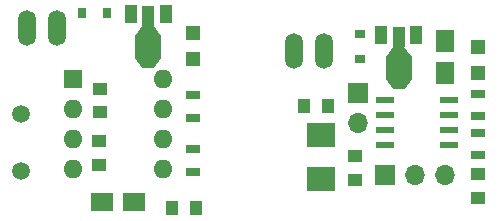
<source format=gts>
G04 #@! TF.FileFunction,Soldermask,Top*
%FSLAX46Y46*%
G04 Gerber Fmt 4.6, Leading zero omitted, Abs format (unit mm)*
G04 Created by KiCad (PCBNEW 4.0.7) date Fri May 25 09:25:36 2018*
%MOMM*%
%LPD*%
G01*
G04 APERTURE LIST*
%ADD10C,0.150000*%
%ADD11R,1.600000X1.600000*%
%ADD12O,1.600000X1.600000*%
%ADD13R,1.250000X1.000000*%
%ADD14R,1.000000X1.250000*%
%ADD15R,1.950000X1.500000*%
%ADD16R,1.200000X1.200000*%
%ADD17R,0.800000X0.900000*%
%ADD18O,1.510000X3.010000*%
%ADD19R,1.300000X0.700000*%
%ADD20R,1.000000X1.500000*%
%ADD21R,1.000000X1.800000*%
%ADD22R,2.200000X1.840000*%
%ADD23R,1.500000X1.950000*%
%ADD24R,0.900000X0.800000*%
%ADD25R,1.550000X0.600000*%
%ADD26R,2.400000X2.000000*%
%ADD27C,1.500000*%
%ADD28R,1.700000X1.700000*%
%ADD29O,1.700000X1.700000*%
G04 APERTURE END LIST*
D10*
D11*
X103886000Y-108966000D03*
D12*
X111506000Y-116586000D03*
X103886000Y-111506000D03*
X111506000Y-114046000D03*
X103886000Y-114046000D03*
X111506000Y-111506000D03*
X103886000Y-116586000D03*
X111506000Y-108966000D03*
D13*
X106172000Y-111744000D03*
X106172000Y-109744000D03*
D14*
X112284000Y-119888000D03*
X114284000Y-119888000D03*
D13*
X106045000Y-114189000D03*
X106045000Y-116189000D03*
D15*
X109071000Y-119380000D03*
X106321000Y-119380000D03*
D16*
X114046000Y-105072000D03*
X114046000Y-107272000D03*
D17*
X106714000Y-103378000D03*
X104614000Y-103378000D03*
D18*
X102489000Y-104648000D03*
X99949000Y-104648000D03*
D19*
X114046000Y-116774000D03*
X114046000Y-114874000D03*
X114046000Y-110302000D03*
X114046000Y-112202000D03*
D10*
G36*
X111336000Y-107144000D02*
X110736000Y-107994000D01*
X109736000Y-107994000D01*
X109136000Y-107144000D01*
X111336000Y-107144000D01*
X111336000Y-107144000D01*
G37*
D20*
X111736000Y-103422000D03*
D21*
X110236000Y-103568500D03*
D20*
X108736000Y-103422000D03*
D22*
X110236000Y-106235500D03*
D10*
G36*
X109136000Y-105325800D02*
X109836000Y-104325800D01*
X110636000Y-104325800D01*
X111336000Y-105325800D01*
X109136000Y-105325800D01*
X109136000Y-105325800D01*
G37*
D14*
X125460000Y-111252000D03*
X123460000Y-111252000D03*
D13*
X138176000Y-118983000D03*
X138176000Y-116983000D03*
X127762000Y-115459000D03*
X127762000Y-117459000D03*
D23*
X135382000Y-105686000D03*
X135382000Y-108436000D03*
D16*
X138176000Y-106215000D03*
X138176000Y-108415000D03*
D24*
X128143000Y-105122000D03*
X128143000Y-107222000D03*
D25*
X130269000Y-110744000D03*
X130269000Y-112014000D03*
X130269000Y-113284000D03*
X130269000Y-114554000D03*
X135669000Y-114554000D03*
X135669000Y-113284000D03*
X135669000Y-112014000D03*
X135669000Y-110744000D03*
D18*
X125095000Y-106553000D03*
X122555000Y-106553000D03*
D19*
X138176000Y-115377000D03*
X138176000Y-113477000D03*
X138176000Y-110175000D03*
X138176000Y-112075000D03*
D10*
G36*
X132545000Y-108922000D02*
X131945000Y-109772000D01*
X130945000Y-109772000D01*
X130345000Y-108922000D01*
X132545000Y-108922000D01*
X132545000Y-108922000D01*
G37*
D20*
X132945000Y-105200000D03*
D21*
X131445000Y-105346500D03*
D20*
X129945000Y-105200000D03*
D22*
X131445000Y-108013500D03*
D10*
G36*
X130345000Y-107103800D02*
X131045000Y-106103800D01*
X131845000Y-106103800D01*
X132545000Y-107103800D01*
X130345000Y-107103800D01*
X130345000Y-107103800D01*
G37*
D26*
X124841000Y-113720000D03*
X124841000Y-117420000D03*
D27*
X99441000Y-111887000D03*
X99441000Y-116767000D03*
D28*
X128016000Y-110109000D03*
D29*
X128016000Y-112649000D03*
D28*
X130302000Y-117094000D03*
D29*
X132842000Y-117094000D03*
X135382000Y-117094000D03*
M02*

</source>
